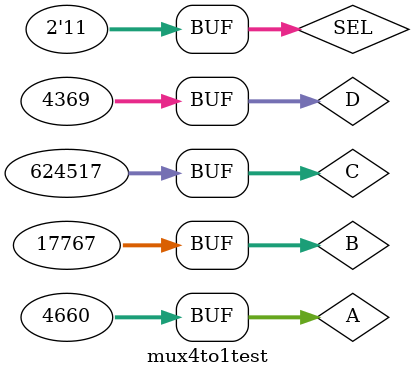
<source format=v>
module mux4to1test();
      parameter N = 32;
      reg[1:0] SEL;
      reg[N-1:0] A, B, C, D;
      wire[N-1:0] OUT;
      
      mux_4to1_n #(.n(32)) TEST(.src0(A), .src1(B), .src2(C), .src3(D), .sel(SEL), .z(OUT));

 
       initial begin
	  $monitor("A = %x B = %x C = %x D = %x SEL = %b OUT=%x", A, B, C, D, SEL, OUT);
	  #0 A = 32'h1234; B = 32'h4567; C = 32'h98785; D = 32'h1111; SEL = 2'b00; 
	  #1 A = 32'h1234; B = 32'h4567; C = 32'h98785; D = 32'h1111; SEL = 2'b01; 
	  #1 A = 32'h1234; B = 32'h4567; C = 32'h98785; D = 32'h1111; SEL = 2'b10; 
	  #1 A = 32'h1234; B = 32'h4567; C = 32'h98785; D = 32'h1111; SEL = 2'b11; 
	end
      

endmodule
</source>
